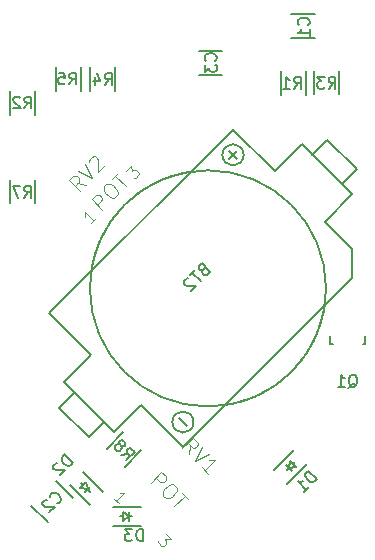
<source format=gbo>
G04 #@! TF.FileFunction,Legend,Bot*
%FSLAX46Y46*%
G04 Gerber Fmt 4.6, Leading zero omitted, Abs format (unit mm)*
G04 Created by KiCad (PCBNEW (2015-11-17 BZR 6321)-product) date Thu 03 Dec 2015 10:29:56 PM EST*
%MOMM*%
G01*
G04 APERTURE LIST*
%ADD10C,0.100000*%
%ADD11C,0.150000*%
%ADD12C,0.088900*%
G04 APERTURE END LIST*
D10*
D11*
X82000505Y-89285787D02*
G75*
G02X90485786Y-80800505I9899495J-1414213D01*
G01*
X101799495Y-92114213D02*
G75*
G02X93314214Y-100599495I-9899495J1414213D01*
G01*
X82000505Y-96356854D02*
X78464971Y-92821320D01*
X89778680Y-104135029D02*
X86243146Y-100599495D01*
X97556854Y-80800505D02*
X94021320Y-77264971D01*
X104097592Y-87341243D02*
X101799495Y-85043146D01*
X97556854Y-96356854D02*
X104097592Y-89816117D01*
X104097592Y-89816117D02*
X104097592Y-87341243D01*
X93667767Y-79739845D02*
X94374874Y-79032738D01*
X90132233Y-102367262D02*
X89425126Y-101660155D01*
X90680067Y-102013708D02*
G75*
G03X90680067Y-102013708I-901387J0D01*
G01*
X78464971Y-92821320D02*
X94021320Y-77264971D01*
X102011627Y-78113499D02*
X100738835Y-79386292D01*
X104486501Y-80588373D02*
X102011627Y-78113499D01*
X103213708Y-81861165D02*
X104486501Y-80588373D01*
X99854951Y-78502408D02*
X97556854Y-80800505D01*
X104097592Y-82745049D02*
X99854951Y-78502408D01*
X101799495Y-85043146D02*
X104097592Y-82745049D01*
X101900000Y-90700000D02*
G75*
G03X101900000Y-90700000I-10000000J0D01*
G01*
X89778680Y-104135029D02*
X97556854Y-96356854D01*
X80586292Y-99538835D02*
X79313499Y-100811627D01*
X83945049Y-102897592D02*
X86243146Y-100599495D01*
X79313499Y-100811627D02*
X81788373Y-103286501D01*
X79702408Y-98654951D02*
X83945049Y-102897592D01*
X82000505Y-96356854D02*
X79702408Y-98654951D01*
X81788373Y-103286501D02*
X83061165Y-102013708D01*
X94922708Y-79386292D02*
G75*
G03X94922708Y-79386292I-901388J0D01*
G01*
X94374874Y-79739845D02*
X93667767Y-79032738D01*
X100950000Y-69525000D02*
X98950000Y-69525000D01*
X98950000Y-67475000D02*
X100950000Y-67475000D01*
X78364124Y-110500089D02*
X76949911Y-109085876D01*
X79035876Y-106999911D02*
X80450089Y-108414124D01*
X91125000Y-70575000D02*
X93125000Y-70575000D01*
X93125000Y-72625000D02*
X91125000Y-72625000D01*
X99126777Y-105573223D02*
X99303553Y-105396447D01*
X98773223Y-105926777D02*
X98596447Y-106103553D01*
X98773223Y-105926777D02*
X99374264Y-105820711D01*
X99374264Y-105820711D02*
X98879289Y-105325736D01*
X98879289Y-105325736D02*
X98773223Y-105926777D01*
X99020711Y-106174264D02*
X98525736Y-105679289D01*
X97465076Y-106103553D02*
X99162132Y-104406497D01*
X98596447Y-107234924D02*
X100293503Y-105537868D01*
X81350642Y-107369042D02*
X81173866Y-107192266D01*
X81704196Y-107722596D02*
X81880972Y-107899372D01*
X81704196Y-107722596D02*
X81598130Y-107121555D01*
X81598130Y-107121555D02*
X81103155Y-107616530D01*
X81103155Y-107616530D02*
X81704196Y-107722596D01*
X81951683Y-107475108D02*
X81456708Y-107970083D01*
X81880972Y-109030743D02*
X80183916Y-107333687D01*
X83012343Y-107899372D02*
X81315287Y-106202316D01*
X84700000Y-110000000D02*
X84450000Y-110000000D01*
X85200000Y-110000000D02*
X85450000Y-110000000D01*
X85200000Y-110000000D02*
X84700000Y-109650000D01*
X84700000Y-109650000D02*
X84700000Y-110350000D01*
X84700000Y-110350000D02*
X85200000Y-110000000D01*
X85200000Y-109650000D02*
X85200000Y-110350000D01*
X86250000Y-110800000D02*
X83850000Y-110800000D01*
X86250000Y-109200000D02*
X83850000Y-109200000D01*
X102200180Y-94698060D02*
X102200180Y-95399100D01*
X102200180Y-95399100D02*
X102449100Y-95399100D01*
X104999160Y-95399100D02*
X105199820Y-95399100D01*
X105199820Y-95399100D02*
X105199820Y-94698060D01*
X100225000Y-74300000D02*
X100225000Y-72300000D01*
X98075000Y-72300000D02*
X98075000Y-74300000D01*
X75125000Y-74000000D02*
X75125000Y-76000000D01*
X77275000Y-76000000D02*
X77275000Y-74000000D01*
X100875000Y-72250000D02*
X100875000Y-74250000D01*
X103025000Y-74250000D02*
X103025000Y-72250000D01*
X81875000Y-71978608D02*
X81875000Y-73978608D01*
X84025000Y-73978608D02*
X84025000Y-71978608D01*
X79029678Y-71978608D02*
X79029678Y-73978608D01*
X81179678Y-73978608D02*
X81179678Y-71978608D01*
X77275000Y-83500000D02*
X77275000Y-81500000D01*
X75125000Y-81500000D02*
X75125000Y-83500000D01*
X84838819Y-105781461D02*
X86253033Y-104367247D01*
X84732753Y-102846967D02*
X83318539Y-104261181D01*
X91495076Y-89143908D02*
X91427732Y-89278595D01*
X91427733Y-89345939D01*
X91461405Y-89446955D01*
X91562420Y-89547970D01*
X91663435Y-89581641D01*
X91730778Y-89581641D01*
X91831794Y-89547970D01*
X92101168Y-89278595D01*
X91394061Y-88571488D01*
X91158359Y-88807191D01*
X91124687Y-88908206D01*
X91124687Y-88975550D01*
X91158359Y-89076565D01*
X91225702Y-89143908D01*
X91326717Y-89177580D01*
X91394061Y-89177580D01*
X91495076Y-89143908D01*
X91730778Y-88908206D01*
X90787970Y-89177580D02*
X90383908Y-89581641D01*
X91293046Y-90086717D02*
X90585939Y-89379610D01*
X90249222Y-89851015D02*
X90181878Y-89851015D01*
X90080863Y-89884687D01*
X89912504Y-90053046D01*
X89878832Y-90154061D01*
X89878832Y-90221405D01*
X89912504Y-90322420D01*
X89979847Y-90389763D01*
X90114534Y-90457107D01*
X90922657Y-90457107D01*
X90484924Y-90894840D01*
X100407143Y-68393334D02*
X100454762Y-68345715D01*
X100502381Y-68202858D01*
X100502381Y-68107620D01*
X100454762Y-67964762D01*
X100359524Y-67869524D01*
X100264286Y-67821905D01*
X100073810Y-67774286D01*
X99930952Y-67774286D01*
X99740476Y-67821905D01*
X99645238Y-67869524D01*
X99550000Y-67964762D01*
X99502381Y-68107620D01*
X99502381Y-68202858D01*
X99550000Y-68345715D01*
X99597619Y-68393334D01*
X100502381Y-69345715D02*
X100502381Y-68774286D01*
X100502381Y-69060000D02*
X99502381Y-69060000D01*
X99645238Y-68964762D01*
X99740476Y-68869524D01*
X99788095Y-68774286D01*
X79090389Y-108894688D02*
X79157732Y-108894688D01*
X79292419Y-108827344D01*
X79359763Y-108760001D01*
X79427107Y-108625313D01*
X79427107Y-108490626D01*
X79393435Y-108389611D01*
X79292420Y-108221253D01*
X79191404Y-108120237D01*
X79023045Y-108019222D01*
X78922030Y-107985550D01*
X78787343Y-107985550D01*
X78652656Y-108052894D01*
X78585312Y-108120237D01*
X78517969Y-108254924D01*
X78517969Y-108322268D01*
X78248595Y-108591641D02*
X78181252Y-108591641D01*
X78080237Y-108625313D01*
X77911877Y-108793672D01*
X77878206Y-108894688D01*
X77878206Y-108962031D01*
X77911877Y-109063046D01*
X77979221Y-109130390D01*
X78113908Y-109197733D01*
X78922030Y-109197733D01*
X78484297Y-109635466D01*
X92537143Y-71413334D02*
X92584762Y-71365715D01*
X92632381Y-71222858D01*
X92632381Y-71127620D01*
X92584762Y-70984762D01*
X92489524Y-70889524D01*
X92394286Y-70841905D01*
X92203810Y-70794286D01*
X92060952Y-70794286D01*
X91870476Y-70841905D01*
X91775238Y-70889524D01*
X91680000Y-70984762D01*
X91632381Y-71127620D01*
X91632381Y-71222858D01*
X91680000Y-71365715D01*
X91727619Y-71413334D01*
X91632381Y-71746667D02*
X91632381Y-72365715D01*
X92013333Y-72032381D01*
X92013333Y-72175239D01*
X92060952Y-72270477D01*
X92108571Y-72318096D01*
X92203810Y-72365715D01*
X92441905Y-72365715D01*
X92537143Y-72318096D01*
X92584762Y-72270477D01*
X92632381Y-72175239D01*
X92632381Y-71889524D01*
X92584762Y-71794286D01*
X92537143Y-71746667D01*
X101099942Y-106856118D02*
X100392835Y-106149011D01*
X100224476Y-106317370D01*
X100157132Y-106452057D01*
X100157132Y-106586744D01*
X100190804Y-106687759D01*
X100291819Y-106856118D01*
X100392835Y-106957134D01*
X100561193Y-107058149D01*
X100662209Y-107091820D01*
X100796895Y-107091820D01*
X100931583Y-107024476D01*
X101099942Y-106856118D01*
X100022445Y-107933614D02*
X100426507Y-107529553D01*
X100224476Y-107731583D02*
X99517370Y-107024476D01*
X99685728Y-107058148D01*
X99820415Y-107058148D01*
X99921430Y-107024476D01*
X80461794Y-105457970D02*
X79754687Y-104750863D01*
X79586328Y-104919222D01*
X79518984Y-105053909D01*
X79518984Y-105188596D01*
X79552656Y-105289611D01*
X79653671Y-105457970D01*
X79754687Y-105558986D01*
X79923045Y-105660001D01*
X80024061Y-105693672D01*
X80158747Y-105693672D01*
X80293435Y-105626328D01*
X80461794Y-105457970D01*
X79148595Y-105491641D02*
X79081252Y-105491641D01*
X78980237Y-105525313D01*
X78811877Y-105693672D01*
X78778206Y-105794688D01*
X78778206Y-105862031D01*
X78811877Y-105963046D01*
X78879221Y-106030390D01*
X79013908Y-106097733D01*
X79822030Y-106097733D01*
X79384297Y-106535466D01*
X86378095Y-112082381D02*
X86378095Y-111082381D01*
X86140000Y-111082381D01*
X85997142Y-111130000D01*
X85901904Y-111225238D01*
X85854285Y-111320476D01*
X85806666Y-111510952D01*
X85806666Y-111653810D01*
X85854285Y-111844286D01*
X85901904Y-111939524D01*
X85997142Y-112034762D01*
X86140000Y-112082381D01*
X86378095Y-112082381D01*
X85473333Y-111082381D02*
X84854285Y-111082381D01*
X85187619Y-111463333D01*
X85044761Y-111463333D01*
X84949523Y-111510952D01*
X84901904Y-111558571D01*
X84854285Y-111653810D01*
X84854285Y-111891905D01*
X84901904Y-111987143D01*
X84949523Y-112034762D01*
X85044761Y-112082381D01*
X85330476Y-112082381D01*
X85425714Y-112034762D01*
X85473333Y-111987143D01*
X103795238Y-99106479D02*
X103890476Y-99058860D01*
X103985714Y-98963622D01*
X104128571Y-98820765D01*
X104223810Y-98773146D01*
X104319048Y-98773146D01*
X104271429Y-99011241D02*
X104366667Y-98963622D01*
X104461905Y-98868384D01*
X104509524Y-98677908D01*
X104509524Y-98344574D01*
X104461905Y-98154098D01*
X104366667Y-98058860D01*
X104271429Y-98011241D01*
X104080952Y-98011241D01*
X103985714Y-98058860D01*
X103890476Y-98154098D01*
X103842857Y-98344574D01*
X103842857Y-98677908D01*
X103890476Y-98868384D01*
X103985714Y-98963622D01*
X104080952Y-99011241D01*
X104271429Y-99011241D01*
X102890476Y-99011241D02*
X103461905Y-99011241D01*
X103176191Y-99011241D02*
X103176191Y-98011241D01*
X103271429Y-98154098D01*
X103366667Y-98249336D01*
X103461905Y-98296955D01*
X99196666Y-73782381D02*
X99530000Y-73306190D01*
X99768095Y-73782381D02*
X99768095Y-72782381D01*
X99387142Y-72782381D01*
X99291904Y-72830000D01*
X99244285Y-72877619D01*
X99196666Y-72972857D01*
X99196666Y-73115714D01*
X99244285Y-73210952D01*
X99291904Y-73258571D01*
X99387142Y-73306190D01*
X99768095Y-73306190D01*
X98244285Y-73782381D02*
X98815714Y-73782381D01*
X98530000Y-73782381D02*
X98530000Y-72782381D01*
X98625238Y-72925238D01*
X98720476Y-73020476D01*
X98815714Y-73068095D01*
X76366666Y-75452381D02*
X76700000Y-74976190D01*
X76938095Y-75452381D02*
X76938095Y-74452381D01*
X76557142Y-74452381D01*
X76461904Y-74500000D01*
X76414285Y-74547619D01*
X76366666Y-74642857D01*
X76366666Y-74785714D01*
X76414285Y-74880952D01*
X76461904Y-74928571D01*
X76557142Y-74976190D01*
X76938095Y-74976190D01*
X75985714Y-74547619D02*
X75938095Y-74500000D01*
X75842857Y-74452381D01*
X75604761Y-74452381D01*
X75509523Y-74500000D01*
X75461904Y-74547619D01*
X75414285Y-74642857D01*
X75414285Y-74738095D01*
X75461904Y-74880952D01*
X76033333Y-75452381D01*
X75414285Y-75452381D01*
X102116666Y-73782381D02*
X102450000Y-73306190D01*
X102688095Y-73782381D02*
X102688095Y-72782381D01*
X102307142Y-72782381D01*
X102211904Y-72830000D01*
X102164285Y-72877619D01*
X102116666Y-72972857D01*
X102116666Y-73115714D01*
X102164285Y-73210952D01*
X102211904Y-73258571D01*
X102307142Y-73306190D01*
X102688095Y-73306190D01*
X101783333Y-72782381D02*
X101164285Y-72782381D01*
X101497619Y-73163333D01*
X101354761Y-73163333D01*
X101259523Y-73210952D01*
X101211904Y-73258571D01*
X101164285Y-73353810D01*
X101164285Y-73591905D01*
X101211904Y-73687143D01*
X101259523Y-73734762D01*
X101354761Y-73782381D01*
X101640476Y-73782381D01*
X101735714Y-73734762D01*
X101783333Y-73687143D01*
X83166666Y-73472381D02*
X83500000Y-72996190D01*
X83738095Y-73472381D02*
X83738095Y-72472381D01*
X83357142Y-72472381D01*
X83261904Y-72520000D01*
X83214285Y-72567619D01*
X83166666Y-72662857D01*
X83166666Y-72805714D01*
X83214285Y-72900952D01*
X83261904Y-72948571D01*
X83357142Y-72996190D01*
X83738095Y-72996190D01*
X82309523Y-72805714D02*
X82309523Y-73472381D01*
X82547619Y-72424762D02*
X82785714Y-73139048D01*
X82166666Y-73139048D01*
X80171344Y-73430989D02*
X80504678Y-72954798D01*
X80742773Y-73430989D02*
X80742773Y-72430989D01*
X80361820Y-72430989D01*
X80266582Y-72478608D01*
X80218963Y-72526227D01*
X80171344Y-72621465D01*
X80171344Y-72764322D01*
X80218963Y-72859560D01*
X80266582Y-72907179D01*
X80361820Y-72954798D01*
X80742773Y-72954798D01*
X79266582Y-72430989D02*
X79742773Y-72430989D01*
X79790392Y-72907179D01*
X79742773Y-72859560D01*
X79647535Y-72811941D01*
X79409439Y-72811941D01*
X79314201Y-72859560D01*
X79266582Y-72907179D01*
X79218963Y-73002418D01*
X79218963Y-73240513D01*
X79266582Y-73335751D01*
X79314201Y-73383370D01*
X79409439Y-73430989D01*
X79647535Y-73430989D01*
X79742773Y-73383370D01*
X79790392Y-73335751D01*
X76356666Y-83002381D02*
X76690000Y-82526190D01*
X76928095Y-83002381D02*
X76928095Y-82002381D01*
X76547142Y-82002381D01*
X76451904Y-82050000D01*
X76404285Y-82097619D01*
X76356666Y-82192857D01*
X76356666Y-82335714D01*
X76404285Y-82430952D01*
X76451904Y-82478571D01*
X76547142Y-82526190D01*
X76928095Y-82526190D01*
X76023333Y-82002381D02*
X75356666Y-82002381D01*
X75785238Y-83002381D01*
X84577969Y-104827732D02*
X85150390Y-104726717D01*
X84982030Y-105231794D02*
X85689137Y-104524687D01*
X85419763Y-104255312D01*
X85318747Y-104221641D01*
X85251404Y-104221641D01*
X85150389Y-104255312D01*
X85049374Y-104356328D01*
X85015702Y-104457343D01*
X85015702Y-104524686D01*
X85049374Y-104625701D01*
X85318748Y-104895076D01*
X84577970Y-104019610D02*
X84678985Y-104053282D01*
X84746328Y-104053282D01*
X84847343Y-104019610D01*
X84881015Y-103985939D01*
X84914687Y-103884924D01*
X84914687Y-103817580D01*
X84881015Y-103716565D01*
X84746328Y-103581877D01*
X84645312Y-103548206D01*
X84577969Y-103548206D01*
X84476954Y-103581877D01*
X84443282Y-103615549D01*
X84409610Y-103716564D01*
X84409610Y-103783908D01*
X84443282Y-103884923D01*
X84577970Y-104019610D01*
X84611641Y-104120626D01*
X84611641Y-104187969D01*
X84577969Y-104288985D01*
X84443282Y-104423672D01*
X84342267Y-104457343D01*
X84274924Y-104457343D01*
X84173908Y-104423672D01*
X84039221Y-104288984D01*
X84005549Y-104187969D01*
X84005549Y-104120626D01*
X84039221Y-104019610D01*
X84173908Y-103884924D01*
X84274924Y-103851251D01*
X84342267Y-103851251D01*
X84443282Y-103884923D01*
D12*
X90256250Y-104745067D02*
X90384540Y-104018094D01*
X89743093Y-104231910D02*
X90641119Y-103333884D01*
X90983223Y-103675989D01*
X91025987Y-103804278D01*
X91025987Y-103889804D01*
X90983223Y-104018094D01*
X90854934Y-104146383D01*
X90726645Y-104189147D01*
X90641119Y-104189147D01*
X90512829Y-104146383D01*
X90170724Y-103804278D01*
X91410855Y-104103620D02*
X90812171Y-105300988D01*
X92009539Y-104702304D01*
X91881249Y-106370066D02*
X91368092Y-105856908D01*
X91624670Y-106113487D02*
X92522696Y-105215461D01*
X92308881Y-105258224D01*
X92137828Y-105258224D01*
X92009539Y-105215461D01*
X87066054Y-107168554D02*
X87964080Y-106270528D01*
X88306184Y-106612633D01*
X88348948Y-106740922D01*
X88348948Y-106826448D01*
X88306184Y-106954738D01*
X88177895Y-107083027D01*
X88049606Y-107125791D01*
X87964080Y-107125791D01*
X87835790Y-107083027D01*
X87493685Y-106740922D01*
X89033158Y-107339606D02*
X89204210Y-107510658D01*
X89246974Y-107638948D01*
X89246974Y-107810000D01*
X89118684Y-108023816D01*
X88819342Y-108323157D01*
X88605527Y-108451447D01*
X88434474Y-108451448D01*
X88306184Y-108408684D01*
X88135132Y-108237632D01*
X88092369Y-108109342D01*
X88092369Y-107938290D01*
X88220659Y-107724474D01*
X88520001Y-107425132D01*
X88733816Y-107296843D01*
X88904868Y-107296843D01*
X89033158Y-107339606D01*
X89674604Y-107981053D02*
X90187762Y-108494211D01*
X89033158Y-109135658D02*
X89931184Y-108237632D01*
X88320790Y-111485390D02*
X88754409Y-111919009D01*
X88254080Y-111952364D01*
X88354146Y-112052429D01*
X88387502Y-112152495D01*
X88387501Y-112219205D01*
X88354146Y-112319272D01*
X88187370Y-112486048D01*
X88087304Y-112519403D01*
X88020594Y-112519403D01*
X87920528Y-112486048D01*
X87720397Y-112285917D01*
X87687042Y-112185850D01*
X87687041Y-112119140D01*
X84327143Y-108892663D02*
X83926880Y-108492400D01*
X84127011Y-108692531D02*
X84827471Y-107992071D01*
X84660695Y-108025426D01*
X84527274Y-108025427D01*
X84427209Y-107992071D01*
X81561711Y-81910789D02*
X80834738Y-81782499D01*
X81048554Y-82423946D02*
X80150528Y-81525920D01*
X80492633Y-81183816D01*
X80620922Y-81141052D01*
X80706448Y-81141052D01*
X80834738Y-81183816D01*
X80963027Y-81312105D01*
X81005791Y-81440394D01*
X81005791Y-81525920D01*
X80963027Y-81654210D01*
X80620922Y-81996315D01*
X80920264Y-80756184D02*
X82117632Y-81354868D01*
X81518948Y-80157500D01*
X81861053Y-79986448D02*
X81861053Y-79900922D01*
X81903816Y-79772633D01*
X82117631Y-79558817D01*
X82245921Y-79516053D01*
X82331447Y-79516053D01*
X82459737Y-79558817D01*
X82545263Y-79644343D01*
X82630789Y-79815396D01*
X82630789Y-80841710D01*
X83186710Y-80285790D01*
X82968554Y-84033946D02*
X82070528Y-83135920D01*
X82412633Y-82793816D01*
X82540922Y-82751052D01*
X82626448Y-82751052D01*
X82754738Y-82793816D01*
X82883027Y-82922105D01*
X82925791Y-83050394D01*
X82925791Y-83135920D01*
X82883027Y-83264210D01*
X82540922Y-83606315D01*
X83139606Y-82066842D02*
X83310658Y-81895790D01*
X83438948Y-81853026D01*
X83610000Y-81853026D01*
X83823816Y-81981316D01*
X84123157Y-82280658D01*
X84251447Y-82494473D01*
X84251448Y-82665526D01*
X84208684Y-82793816D01*
X84037632Y-82964868D01*
X83909342Y-83007631D01*
X83738290Y-83007631D01*
X83524474Y-82879341D01*
X83225132Y-82579999D01*
X83096843Y-82366184D01*
X83096843Y-82195132D01*
X83139606Y-82066842D01*
X83781053Y-81425396D02*
X84294211Y-80912238D01*
X84935658Y-82066842D02*
X84037632Y-81168816D01*
X84989339Y-80733159D02*
X85422958Y-80299540D01*
X85456313Y-80799869D01*
X85556378Y-80699803D01*
X85656444Y-80666447D01*
X85723154Y-80666448D01*
X85823221Y-80699803D01*
X85989997Y-80866579D01*
X86023352Y-80966645D01*
X86023352Y-81033355D01*
X85989997Y-81133421D01*
X85789866Y-81333552D01*
X85689799Y-81366907D01*
X85623089Y-81366908D01*
X82396612Y-84726806D02*
X81996349Y-85127069D01*
X82196480Y-84926938D02*
X81496020Y-84226478D01*
X81529375Y-84393254D01*
X81529376Y-84526675D01*
X81496020Y-84626740D01*
M02*

</source>
